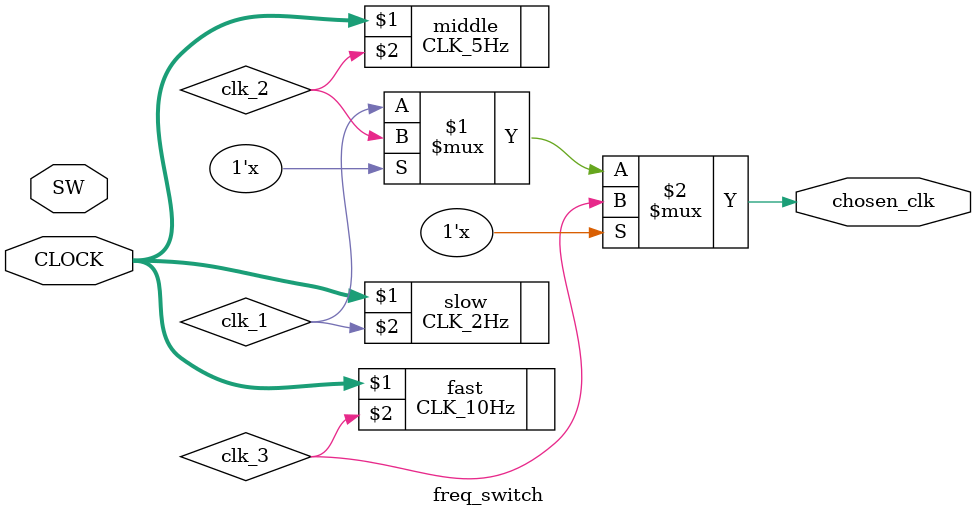
<source format=v>
`timescale 1ns / 1ps


module freq_switch(
    input [11:10]SW, 
    CLOCK, output chosen_clk
    );
    
    wire clk_1, clk_2, clk_3;
    
    CLK_2Hz slow (CLOCK, clk_1);
    CLK_5Hz middle (CLOCK, clk_2);
    CLK_10Hz fast (CLOCK, clk_3);
    
    assign chosen_clk = SW[13] ? clk_3 : (SW[12] ? clk_2 : clk_1);
endmodule

</source>
